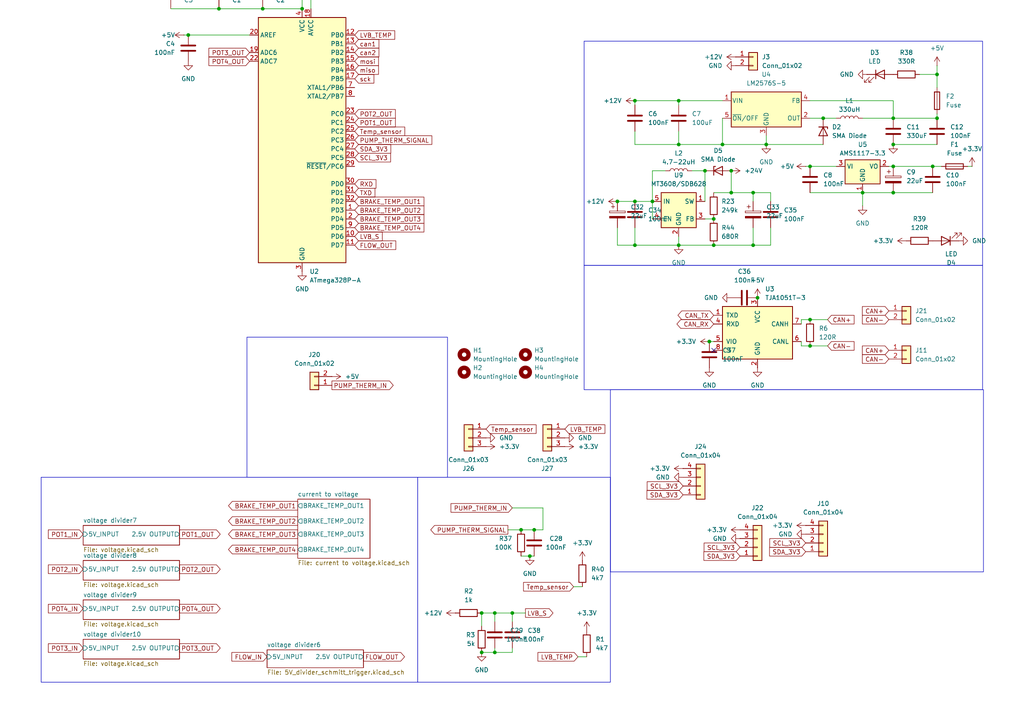
<source format=kicad_sch>
(kicad_sch (version 20250114) (generator "eeschema") (generator_version "9.0")
  (paper "A4")
  (rectangle (start 177.038 113.03) (end 285.242 165.862))
  (rectangle (start 71.628 97.79) (end 129.794 138.43))
  (rectangle (start 169.418 76.962) (end 284.988 113.03))
  (rectangle (start 121.158 138.43) (end 177.038 197.866))
  (rectangle (start 11.938 138.43) (end 121.158 197.866))
  (rectangle (start 169.418 11.938) (end 284.988 76.962))
  (junction (at 179.07 58.42))
  (junction (at 196.85 29.21))
  (junction (at 271.78 34.29))
  (junction (at 54.61 10.16))
  (junction (at 271.78 21.59))
  (junction (at 234.95 92.71))
  (junction (at 87.63 2.54))
  (junction (at 153.67 161.29))
  (junction (at 270.51 48.26))
  (junction (at 63.5 2.54))
  (junction (at 218.44 55.88))
  (junction (at 196.85 41.91))
  (junction (at 207.01 71.12))
  (junction (at 63.5 -5.08))
  (junction (at 189.23 58.42))
  (junction (at 238.76 34.29))
  (junction (at 143.51 189.23))
  (junction (at 259.08 41.91))
  (junction (at 234.95 48.26))
  (junction (at 259.08 55.88))
  (junction (at 139.7 189.23))
  (junction (at 259.08 34.29))
  (junction (at 76.2 2.54))
  (junction (at 218.44 71.12))
  (junction (at 151.13 153.67))
  (junction (at 222.25 41.91))
  (junction (at 259.08 48.26))
  (junction (at 90.17 -1.27))
  (junction (at 207.01 63.5))
  (junction (at 205.74 99.06))
  (junction (at 204.47 49.53))
  (junction (at 209.55 41.91))
  (junction (at 184.15 71.12))
  (junction (at 196.85 71.12))
  (junction (at 154.94 153.67))
  (junction (at 139.7 177.8))
  (junction (at 212.09 55.88))
  (junction (at 143.51 177.8))
  (junction (at 234.95 100.33))
  (junction (at 184.15 29.21))
  (junction (at 212.09 49.53))
  (junction (at 184.15 58.42))
  (junction (at 219.71 86.36))
  (junction (at 250.19 55.88))
  (junction (at 148.59 177.8))
  (no_connect (at 207.01 101.6))
  (wire (pts (xy 189.23 63.5) (xy 189.23 58.42)))
  (wire (pts (xy 63.5 -5.08) (xy 76.2 -5.08)))
  (wire (pts (xy 157.48 153.67) (xy 154.94 153.67)))
  (wire (pts (xy 49.53 -5.08) (xy 63.5 -5.08)))
  (wire (pts (xy 250.19 55.88) (xy 259.08 55.88)))
  (wire (pts (xy 280.67 48.26) (xy 281.94 48.26)))
  (wire (pts (xy 63.5 2.54) (xy 76.2 2.54)))
  (wire (pts (xy 157.48 147.32) (xy 157.48 153.67)))
  (wire (pts (xy 196.85 71.12) (xy 207.01 71.12)))
  (wire (pts (xy 143.51 177.8) (xy 148.59 177.8)))
  (wire (pts (xy 271.78 19.05) (xy 271.78 21.59)))
  (wire (pts (xy 54.61 10.16) (xy 72.39 10.16)))
  (wire (pts (xy 184.15 41.91) (xy 184.15 38.1)))
  (wire (pts (xy 154.94 161.29) (xy 153.67 161.29)))
  (wire (pts (xy 238.76 34.29) (xy 234.95 34.29)))
  (wire (pts (xy 250.19 34.29) (xy 259.08 34.29)))
  (wire (pts (xy 207.01 63.5) (xy 204.47 63.5)))
  (wire (pts (xy 270.51 48.26) (xy 273.05 48.26)))
  (wire (pts (xy 200.66 49.53) (xy 204.47 49.53)))
  (wire (pts (xy 234.95 100.33) (xy 240.03 100.33)))
  (wire (pts (xy 205.74 99.06) (xy 207.01 99.06)))
  (wire (pts (xy 139.7 177.8) (xy 143.51 177.8)))
  (wire (pts (xy 204.47 49.53) (xy 204.47 58.42)))
  (wire (pts (xy 148.59 177.8) (xy 152.4 177.8)))
  (wire (pts (xy 184.15 29.21) (xy 184.15 30.48)))
  (wire (pts (xy 179.07 58.42) (xy 184.15 58.42)))
  (wire (pts (xy 167.64 190.5) (xy 170.18 190.5)))
  (wire (pts (xy 233.68 48.26) (xy 234.95 48.26)))
  (wire (pts (xy 222.25 41.91) (xy 222.25 39.37)))
  (wire (pts (xy 212.09 55.88) (xy 207.01 55.88)))
  (wire (pts (xy 266.7 21.59) (xy 271.78 21.59)))
  (wire (pts (xy 143.51 189.23) (xy 139.7 189.23)))
  (wire (pts (xy 90.17 -1.27) (xy 87.63 -1.27)))
  (wire (pts (xy 179.07 66.04) (xy 179.07 71.12)))
  (wire (pts (xy 76.2 2.54) (xy 87.63 2.54)))
  (wire (pts (xy 234.95 48.26) (xy 242.57 48.26)))
  (wire (pts (xy 232.41 92.71) (xy 232.41 93.98)))
  (wire (pts (xy 184.15 29.21) (xy 196.85 29.21)))
  (wire (pts (xy 193.04 49.53) (xy 189.23 49.53)))
  (wire (pts (xy 139.7 177.8) (xy 139.7 181.61)))
  (wire (pts (xy 232.41 92.71) (xy 234.95 92.71)))
  (wire (pts (xy 196.85 71.12) (xy 196.85 68.58)))
  (wire (pts (xy 148.59 147.32) (xy 157.48 147.32)))
  (wire (pts (xy 196.85 29.21) (xy 196.85 30.48)))
  (wire (pts (xy 232.41 100.33) (xy 234.95 100.33)))
  (wire (pts (xy 179.07 71.12) (xy 184.15 71.12)))
  (wire (pts (xy 234.95 92.71) (xy 240.03 92.71)))
  (wire (pts (xy 238.76 34.29) (xy 242.57 34.29)))
  (wire (pts (xy 87.63 -1.27) (xy 87.63 2.54)))
  (wire (pts (xy 196.85 38.1) (xy 196.85 41.91)))
  (wire (pts (xy 148.59 180.34) (xy 148.59 177.8)))
  (wire (pts (xy 257.81 48.26) (xy 259.08 48.26)))
  (wire (pts (xy 223.52 66.04) (xy 223.52 71.12)))
  (wire (pts (xy 222.25 41.91) (xy 238.76 41.91)))
  (wire (pts (xy 223.52 55.88) (xy 218.44 55.88)))
  (wire (pts (xy 259.08 48.26) (xy 270.51 48.26)))
  (wire (pts (xy 234.95 29.21) (xy 259.08 29.21)))
  (wire (pts (xy 196.85 29.21) (xy 209.55 29.21)))
  (wire (pts (xy 212.09 55.88) (xy 212.09 49.53)))
  (wire (pts (xy 209.55 34.29) (xy 209.55 41.91)))
  (wire (pts (xy 259.08 29.21) (xy 259.08 34.29)))
  (wire (pts (xy 223.52 55.88) (xy 223.52 58.42)))
  (wire (pts (xy 259.08 55.88) (xy 270.51 55.88)))
  (wire (pts (xy 184.15 41.91) (xy 196.85 41.91)))
  (wire (pts (xy 184.15 66.04) (xy 184.15 71.12)))
  (wire (pts (xy 189.23 49.53) (xy 189.23 58.42)))
  (wire (pts (xy 143.51 187.96) (xy 143.51 189.23)))
  (wire (pts (xy 143.51 180.34) (xy 143.51 177.8)))
  (wire (pts (xy 250.19 55.88) (xy 250.19 59.69)))
  (wire (pts (xy 166.37 170.18) (xy 168.91 170.18)))
  (wire (pts (xy 154.94 153.67) (xy 151.13 153.67)))
  (wire (pts (xy 259.08 41.91) (xy 271.78 41.91)))
  (wire (pts (xy 212.09 55.88) (xy 218.44 55.88)))
  (wire (pts (xy 209.55 41.91) (xy 222.25 41.91)))
  (wire (pts (xy 271.78 21.59) (xy 271.78 25.4)))
  (wire (pts (xy 153.67 161.29) (xy 151.13 161.29)))
  (wire (pts (xy 218.44 66.04) (xy 218.44 71.12)))
  (wire (pts (xy 148.59 189.23) (xy 143.51 189.23)))
  (wire (pts (xy 196.85 41.91) (xy 209.55 41.91)))
  (wire (pts (xy 271.78 33.02) (xy 271.78 34.29)))
  (wire (pts (xy 49.53 2.54) (xy 63.5 2.54)))
  (wire (pts (xy 90.17 -1.27) (xy 90.17 2.54)))
  (wire (pts (xy 218.44 58.42) (xy 218.44 55.88)))
  (wire (pts (xy 259.08 34.29) (xy 271.78 34.29)))
  (wire (pts (xy 53.34 10.16) (xy 54.61 10.16)))
  (wire (pts (xy 232.41 100.33) (xy 232.41 99.06)))
  (wire (pts (xy 184.15 71.12) (xy 196.85 71.12)))
  (wire (pts (xy 223.52 71.12) (xy 218.44 71.12)))
  (wire (pts (xy 184.15 58.42) (xy 189.23 58.42)))
  (wire (pts (xy 151.13 153.67) (xy 147.32 153.67)))
  (wire (pts (xy 148.59 187.96) (xy 148.59 189.23)))
  (wire (pts (xy 218.44 71.12) (xy 207.01 71.12)))
  (wire (pts (xy 234.95 55.88) (xy 250.19 55.88)))
  (global_label "POT1_OUT" (shape input) (at 102.87 35.56 0) (property "Intersheetrefs" "${INTERSHEET_REFS}" (effects (hide yes))))
  (global_label "BRAKE_TEMP_OUT1" (shape input) (at 102.87 58.42 0) (property "Intersheetrefs" "${INTERSHEET_REFS}" (effects (hide yes))))
  (global_label "BRAKE_TEMP_OUT1" (shape output) (at 86.36 146.685 180) (property "Intersheetrefs" "${INTERSHEET_REFS}" (effects (hide yes))))
  (global_label "PUMP_THERM_IN" (shape input) (at 148.59 147.32 180) (property "Intersheetrefs" "${INTERSHEET_REFS}" (effects (hide yes))))
  (global_label "SCL_3V3" (shape input) (at 214.63 158.75 180) (property "Intersheetrefs" "${INTERSHEET_REFS}" (effects (hide yes))))
  (global_label "BRAKE_TEMP_OUT2" (shape output) (at 86.36 151.13 180) (property "Intersheetrefs" "${INTERSHEET_REFS}" (effects (hide yes))))
  (global_label "LVB_TEMP" (shape input) (at 167.64 190.5 180) (property "Intersheetrefs" "${INTERSHEET_REFS}" (effects (hide yes))))
  (global_label "FLOW_OUT" (shape input) (at 102.87 71.12 0) (property "Intersheetrefs" "${INTERSHEET_REFS}" (effects (hide yes))))
  (global_label "CAN_TX" (shape bidirectional) (at 207.01 91.44 180) (property "Intersheetrefs" "${INTERSHEET_REFS}" (effects (hide yes))))
  (global_label "RXD" (shape input) (at 102.87 53.34 0) (property "Intersheetrefs" "${INTERSHEET_REFS}" (effects (hide yes))))
  (global_label "can1" (shape input) (at 102.87 12.7 0) (property "Intersheetrefs" "${INTERSHEET_REFS}" (effects (hide yes))))
  (global_label "BRAKE_TEMP_OUT2" (shape input) (at 102.87 60.96 0) (property "Intersheetrefs" "${INTERSHEET_REFS}" (effects (hide yes))))
  (global_label "CAN+" (shape input) (at 257.81 90.17 180) (property "Intersheetrefs" "${INTERSHEET_REFS}" (effects (hide yes))))
  (global_label "FLOW_IN" (shape input) (at 77.47 190.5 180) (property "Intersheetrefs" "${INTERSHEET_REFS}" (effects (hide yes))))
  (global_label "POT3_IN" (shape input) (at 24.13 187.96 180) (property "Intersheetrefs" "${INTERSHEET_REFS}" (effects (hide yes))))
  (global_label "SDA_3V3" (shape input) (at 214.63 161.29 180) (property "Intersheetrefs" "${INTERSHEET_REFS}" (effects (hide yes))))
  (global_label "BRAKE_TEMP_OUT4" (shape input) (at 102.87 66.04 0) (property "Intersheetrefs" "${INTERSHEET_REFS}" (effects (hide yes))))
  (global_label "CAN-" (shape input) (at 257.81 92.71 180) (property "Intersheetrefs" "${INTERSHEET_REFS}" (effects (hide yes))))
  (global_label "mosi" (shape input) (at 102.87 17.78 0) (property "Intersheetrefs" "${INTERSHEET_REFS}" (effects (hide yes))))
  (global_label "CAN-" (shape input) (at 240.03 100.33 0) (property "Intersheetrefs" "${INTERSHEET_REFS}" (effects (hide yes))))
  (global_label "miso" (shape input) (at 102.87 20.32 0) (property "Intersheetrefs" "${INTERSHEET_REFS}" (effects (hide yes))))
  (global_label "POT2_IN" (shape input) (at 24.13 165.1 180) (property "Intersheetrefs" "${INTERSHEET_REFS}" (effects (hide yes))))
  (global_label "BRAKE_TEMP_OUT3" (shape output) (at 86.36 154.94 180) (property "Intersheetrefs" "${INTERSHEET_REFS}" (effects (hide yes))))
  (global_label "POT2_OUT" (shape output) (at 52.07 165.1 0) (property "Intersheetrefs" "${INTERSHEET_REFS}" (effects (hide yes))))
  (global_label "POT4_OUT" (shape output) (at 52.07 176.53 0) (property "Intersheetrefs" "${INTERSHEET_REFS}" (effects (hide yes))))
  (global_label "sck" (shape input) (at 102.87 22.86 0) (property "Intersheetrefs" "${INTERSHEET_REFS}" (effects (hide yes))))
  (global_label "PUMP_THERM_SIGNAL" (shape output) (at 147.32 153.67 180) (property "Intersheetrefs" "${INTERSHEET_REFS}" (effects (hide yes))))
  (global_label "POT4_IN" (shape input) (at 24.13 176.53 180) (property "Intersheetrefs" "${INTERSHEET_REFS}" (effects (hide yes))))
  (global_label "BRAKE_TEMP_OUT3" (shape input) (at 102.87 63.5 0) (property "Intersheetrefs" "${INTERSHEET_REFS}" (effects (hide yes))))
  (global_label "Temp_sensor" (shape input) (at 166.37 170.18 180) (property "Intersheetrefs" "${INTERSHEET_REFS}" (effects (hide yes))))
  (global_label "LVB_TEMP" (shape input) (at 102.87 10.16 0) (property "Intersheetrefs" "${INTERSHEET_REFS}" (effects (hide yes))))
  (global_label "FLOW_OUT" (shape output) (at 105.41 190.5 0) (property "Intersheetrefs" "${INTERSHEET_REFS}" (effects (hide yes))))
  (global_label "POT1_IN" (shape input) (at 24.13 154.94 180) (property "Intersheetrefs" "${INTERSHEET_REFS}" (effects (hide yes))))
  (global_label "SDA_3V3" (shape input) (at 198.12 143.51 180) (property "Intersheetrefs" "${INTERSHEET_REFS}" (effects (hide yes))))
  (global_label "POT3_OUT" (shape output) (at 52.07 187.96 0) (property "Intersheetrefs" "${INTERSHEET_REFS}" (effects (hide yes))))
  (global_label "CAN_RX" (shape bidirectional) (at 207.01 93.98 180) (property "Intersheetrefs" "${INTERSHEET_REFS}" (effects (hide yes))))
  (global_label "CAN+" (shape input) (at 257.81 101.6 180) (property "Intersheetrefs" "${INTERSHEET_REFS}" (effects (hide yes))))
  (global_label "CAN-" (shape input) (at 257.81 104.14 180) (property "Intersheetrefs" "${INTERSHEET_REFS}" (effects (hide yes))))
  (global_label "BRAKE_TEMP_OUT4" (shape output) (at 86.36 159.385 180) (property "Intersheetrefs" "${INTERSHEET_REFS}" (effects (hide yes))))
  (global_label "LVB_TEMP" (shape input) (at 163.83 124.46 0) (property "Intersheetrefs" "${INTERSHEET_REFS}" (effects (hide yes))))
  (global_label "POT4_OUT" (shape input) (at 72.39 17.78 180) (property "Intersheetrefs" "${INTERSHEET_REFS}" (effects (hide yes))))
  (global_label "TXD" (shape input) (at 102.87 55.88 0) (property "Intersheetrefs" "${INTERSHEET_REFS}" (effects (hide yes))))
  (global_label "can2" (shape input) (at 102.87 15.24 0) (property "Intersheetrefs" "${INTERSHEET_REFS}" (effects (hide yes))))
  (global_label "SDA_3V3" (shape input) (at 233.68 160.02 180) (property "Intersheetrefs" "${INTERSHEET_REFS}" (effects (hide yes))))
  (global_label "PUMP_THERM_SIGNAL" (shape input) (at 102.87 40.64 0) (property "Intersheetrefs" "${INTERSHEET_REFS}" (effects (hide yes))))
  (global_label "POT3_OUT" (shape input) (at 72.39 15.24 180) (property "Intersheetrefs" "${INTERSHEET_REFS}" (effects (hide yes))))
  (global_label "PUMP_THERM_IN" (shape output) (at 96.266 111.76 0) (property "Intersheetrefs" "${INTERSHEET_REFS}" (effects (hide yes))))
  (global_label "CAN+" (shape input) (at 240.03 92.71 0) (property "Intersheetrefs" "${INTERSHEET_REFS}" (effects (hide yes))))
  (global_label "LVB_S" (shape output) (at 152.4 177.8 0) (property "Intersheetrefs" "${INTERSHEET_REFS}" (effects (hide yes))))
  (global_label "SCL_3V3" (shape input) (at 102.87 45.72 0) (property "Intersheetrefs" "${INTERSHEET_REFS}" (effects (hide yes))))
  (global_label "LVB_S" (shape input) (at 102.87 68.58 0) (property "Intersheetrefs" "${INTERSHEET_REFS}" (effects (hide yes))))
  (global_label "Temp_sensor" (shape input) (at 140.97 124.46 0) (property "Intersheetrefs" "${INTERSHEET_REFS}" (effects (hide yes))))
  (global_label "Temp_sensor" (shape input) (at 102.87 38.1 0) (property "Intersheetrefs" "${INTERSHEET_REFS}" (effects (hide yes))))
  (global_label "SDA_3V3" (shape input) (at 102.87 43.18 0) (property "Intersheetrefs" "${INTERSHEET_REFS}" (effects (hide yes))))
  (global_label "POT1_OUT" (shape output) (at 52.07 154.94 0) (property "Intersheetrefs" "${INTERSHEET_REFS}" (effects (hide yes))))
  (global_label "SCL_3V3" (shape input) (at 198.12 140.97 180) (property "Intersheetrefs" "${INTERSHEET_REFS}" (effects (hide yes))))
  (global_label "POT2_OUT" (shape input) (at 102.87 33.02 0) (property "Intersheetrefs" "${INTERSHEET_REFS}" (effects (hide yes))))
  (global_label "SCL_3V3" (shape input) (at 233.68 157.48 180) (property "Intersheetrefs" "${INTERSHEET_REFS}" (effects (hide yes))))
  (symbol (lib_id "power:+3.3V") (at 233.68 152.4 90) (unit 1)
    (property "Reference" "#PWR096" (effects (hide yes)))
    (property "Value" "+3.3V" (at 229.87 152.3999 90) (effects (justify left)))
    (property "Description" "Power symbol creates a global label with name \"+3.3V\"" (effects (hide yes)))
  )
  (symbol (lib_id "Device:R") (at 139.7 185.42 0) (mirror x) (unit 1)
    (property "Reference" "R3" (at 137.8313 184.1499 0) (effects (justify right)))
    (property "Value" "5k" (at 137.8313 186.6899 0) (effects (justify right)))
    (property "Footprint" "RMC_Resistor:R_0805_2012Metric_Pad1.20x1.40mm_HandSolder_L" (effects (hide yes)))
    (property "Description" "Resistor" (effects (hide yes)))
  )
  (symbol (lib_id "power:+12V") (at 213.36 16.51 90) (unit 1)
    (property "Reference" "#PWR06" (effects (hide yes)))
    (property "Value" "+12V" (at 209.55 16.5099 90) (effects (justify left)))
    (property "Description" "Power symbol creates a global label with name \"+12V\"" (effects (hide yes)))
  )
  (symbol (lib_id "Device:C") (at 223.52 62.23 180) (unit 1)
    (property "Reference" "C35" (at 227.33 60.9599 0) (effects (justify right)))
    (property "Value" "100nF" (at 227.33 63.4999 0) (effects (justify right)))
    (property "Footprint" "RMC_Capacitor:C_0805_2012Metric_Pad1.18x1.45mm_HandSolder_L" (effects (hide yes)))
    (property "Description" "Unpolarized capacitor" (effects (hide yes)))
  )
  (symbol (lib_id "power:+5V") (at 96.266 109.22 270) (mirror x) (unit 1)
    (property "Reference" "#PWR079" (effects (hide yes)))
    (property "Value" "+5V" (at 100.076 109.2199 90) (effects (justify left)))
    (property "Description" "Power symbol creates a global label with name \"+5V\"" (effects (hide yes)))
  )
  (symbol (lib_id "Device:LED") (at 255.27 21.59 0) (unit 1)
    (property "Reference" "D3" (at 253.6825 15.24 0))
    (property "Value" "LED" (at 253.6825 17.78 0))
    (property "Footprint" "RMC_LED:LED_0805_2012Metric_Pad1.45x1.40mm_HandSolder" (effects (hide yes)))
    (property "Description" "Light emitting diode" (effects (hide yes)))
  )
  (symbol (lib_id "Connector_Generic:Conn_01x02") (at 218.44 16.51 0) (unit 1)
    (property "Reference" "J3" (at 220.98 16.5099 0) (effects (justify left)))
    (property "Value" "Conn_01x02" (at 220.98 19.0499 0) (effects (justify left)))
    (property "Footprint" "Connector_JST:JST_VH_B2P-VH_1x02_P3.96mm_Vertical" (effects (hide yes)))
    (property "Description" "Generic connector, single row, 01x02, script generated (kicad-library-utils/schlib/autogen/connector/)" (effects (hide yes)))
  )
  (symbol (lib_id "Connector_Generic:Conn_01x02") (at 91.186 111.76 180) (unit 1)
    (property "Reference" "J20" (at 91.186 102.87 0))
    (property "Value" "Conn_01x02" (at 91.186 105.41 0))
    (property "Footprint" "Connector_JST:JST_XH_B2B-XH-A_1x02_P2.50mm_Vertical" (effects (hide yes)))
    (property "Description" "Generic connector, single row, 01x02, script generated (kicad-library-utils/schlib/autogen/connector/)" (effects (hide yes)))
  )
  (symbol (lib_id "Interface_CAN_LIN:TJA1051T-3") (at 219.71 96.52 0) (unit 1)
    (property "Reference" "U3" (at 221.9041 83.82 0) (effects (justify left)))
    (property "Value" "TJA1051T-3" (at 221.9041 86.36 0) (effects (justify left)))
    (property "Footprint" "RMC_SO:SOIC-8_3.9x4.9mm_P1.27mm_RMC_Handsolder" (effects (hide yes)))
    (property "Datasheet" "http://www.nxp.com/docs/en/data-sheet/TJA1051.pdf" (effects (hide yes)))
    (property "Description" "High-Speed CAN Transceiver, separate VIO, silent mode, SOIC-8" (effects (hide yes)))
  )
  (symbol (lib_id "Device:R") (at 135.89 177.8 90) (unit 1)
    (property "Reference" "R2" (at 135.89 171.45 90))
    (property "Value" "1k" (at 135.89 173.99 90))
    (property "Footprint" "RMC_Resistor:R_0805_2012Metric_Pad1.20x1.40mm_HandSolder_L" (effects (hide yes)))
    (property "Description" "Resistor" (effects (hide yes)))
  )
  (symbol (lib_id "power:+5V") (at 53.34 10.16 90) (unit 1)
    (property "Reference" "#PWR077" (effects (hide yes)))
    (property "Value" "+5V" (at 50.8 10.1599 90) (effects (justify left)))
    (property "Description" "Power symbol creates a global label with name \"+5V\"" (effects (hide yes)))
  )
  (symbol (lib_id "Device:C") (at 49.53 -1.27 0) (mirror y) (unit 1)
    (property "Reference" "C3" (at 53.34 0.0001 0) (effects (justify right)))
    (property "Value" "100nF" (at 53.34 -2.5399 0) (effects (justify right)))
    (property "Footprint" "RMC_Capacitor:C_0805_2012Metric_Pad1.18x1.45mm_HandSolder_L" (effects (hide yes)))
    (property "Description" "Unpolarized capacitor" (effects (hide yes)))
  )
  (symbol (lib_id "Connector_Generic:Conn_01x02") (at 262.89 101.6 0) (unit 1)
    (property "Reference" "J11" (at 265.43 101.5999 0) (effects (justify left)))
    (property "Value" "Conn_01x02" (at 265.43 104.1399 0) (effects (justify left)))
    (property "Footprint" "Connector_JST:JST_XH_B2B-XH-A_1x02_P2.50mm_Vertical" (effects (hide yes)))
    (property "Description" "Generic connector, single row, 01x02, script generated (kicad-library-utils/schlib/autogen/connector/)" (effects (hide yes)))
  )
  (symbol (lib_id "power:GND") (at 163.83 127 90) (mirror x) (unit 1)
    (property "Reference" "#PWR090" (effects (hide yes)))
    (property "Value" "GND" (at 167.64 127.0001 90) (effects (justify right)))
    (property "Description" "Power symbol creates a global label with name \"GND\" , ground" (effects (hide yes)))
  )
  (symbol (lib_id "Connector_Generic:Conn_01x04") (at 238.76 157.48 0) (mirror x) (unit 1)
    (property "Reference" "J10" (at 238.76 146.05 0))
    (property "Value" "Conn_01x04" (at 238.76 148.59 0))
    (property "Footprint" "Connector_JST:JST_XH_B4B-XH-A_1x04_P2.50mm_Vertical" (effects (hide yes)))
    (property "Description" "Generic connector, single row, 01x04, script generated (kicad-library-utils/schlib/autogen/connector/)" (effects (hide yes)))
  )
  (symbol (lib_id "Device:D_Zener") (at 208.28 49.53 0) (unit 1)
    (property "Reference" "D5" (at 208.28 43.6814 0))
    (property "Value" "SMA Diode" (at 208.28 46.2214 0))
    (property "Footprint" "Diode_SMD:D_SMA_Handsoldering" (effects (hide yes)))
    (property "Description" "Zener diode" (effects (hide yes)))
  )
  (symbol (lib_id "Device:R") (at 207.01 67.31 0) (unit 1)
    (property "Reference" "R44" (at 209.2197 66.0399 0) (effects (justify left)))
    (property "Value" "680R" (at 209.2197 68.5799 0) (effects (justify left)))
    (property "Footprint" "RMC_Resistor:R_0805_2012Metric_Pad1.20x1.40mm_HandSolder_L" (effects (hide yes)))
    (property "Description" "Resistor" (effects (hide yes)))
  )
  (symbol (lib_id "Device:R") (at 234.95 96.52 0) (unit 1)
    (property "Reference" "R6" (at 237.49 95.2499 0) (effects (justify left)))
    (property "Value" "120R" (at 237.49 97.7899 0) (effects (justify left)))
    (property "Footprint" "RMC_Resistor:R_0805_2012Metric_Pad1.20x1.40mm_HandSolder_L" (effects (hide yes)))
    (property "Description" "Resistor" (effects (hide yes)))
  )
  (symbol (lib_id "Device:Fuse") (at 276.86 48.26 270) (unit 1)
    (property "Reference" "F1" (at 276.86 41.91 90))
    (property "Value" "Fuse" (at 276.86 44.45 90))
    (property "Footprint" "Fuse:Fuse_1210_3225Metric_Pad1.42x2.65mm_HandSolder" (effects (hide yes)))
    (property "Description" "Fuse" (effects (hide yes)))
  )
  (symbol (lib_id "Device:C") (at 143.51 184.15 0) (mirror y) (unit 1)
    (property "Reference" "C29" (at 149.86 182.88 0))
    (property "Value" "100nF" (at 149.86 185.42 0))
    (property "Footprint" "RMC_Capacitor:C_0805_2012Metric_Pad1.18x1.45mm_HandSolder_L" (effects (hide yes)))
    (property "Description" "Unpolarized capacitor" (effects (hide yes)))
  )
  (symbol (lib_id "power:GND") (at 196.85 71.12 0) (unit 1)
    (property "Reference" "#PWR04" (effects (hide yes)))
    (property "Value" "GND" (at 196.85 76.2 0))
    (property "Description" "Power symbol creates a global label with name \"GND\" , ground" (effects (hide yes)))
  )
  (symbol (lib_id "power:+3.3V") (at 168.91 162.56 0) (unit 1)
    (property "Reference" "#PWR081" (effects (hide yes)))
    (property "Value" "+3.3V" (at 168.91 157.48 0))
    (property "Description" "Power symbol creates a global label with name \"+3.3V\"" (effects (hide yes)))
  )
  (symbol (lib_id "Device:C_Polarized") (at 259.08 52.07 0) (unit 1)
    (property "Reference" "C9" (at 262.89 49.9109 0) (effects (justify left)))
    (property "Value" "22uF" (at 262.89 52.4509 0) (effects (justify left)))
    (property "Footprint" "RMC_Capacitor:C_0805_2012Metric_Pad1.18x1.45mm_HandSolder_L" (effects (hide yes)))
    (property "Description" "Polarized capacitor" (effects (hide yes)))
  )
  (symbol (lib_id "Regulator_Switching:MT3608") (at 196.85 60.96 0) (unit 1)
    (property "Reference" "U9" (at 196.85 50.8 0))
    (property "Value" "MT3608/SDB628" (at 196.85 53.34 0))
    (property "Footprint" "Package_TO_SOT_SMD:SOT-23-6_Handsoldering" (effects (hide yes)))
    (property "Datasheet" "https://www.olimex.com/Products/Breadboarding/BB-PWR-3608/resources/MT3608.pdf" (effects (hide yes)))
    (property "Description" "High Efficiency 1.2MHz 2A Step Up Converter, 2-24V Vin, 28V Vout, 4A current limit, 1.2MHz, SOT23-6" (effects (hide yes)))
  )
  (symbol (lib_id "power:GND") (at 251.46 21.59 270) (unit 1)
    (property "Reference" "#PWR083" (effects (hide yes)))
    (property "Value" "GND" (at 247.65 21.5899 90) (effects (justify right)))
    (property "Description" "Power symbol creates a global label with name \"GND\" , ground" (effects (hide yes)))
  )
  (symbol (lib_id "Device:C_Polarized") (at 218.44 62.23 0) (unit 1)
    (property "Reference" "C33" (at 222.25 60.0709 0) (effects (justify left)))
    (property "Value" "22uF" (at 222.25 62.6109 0) (effects (justify left)))
    (property "Footprint" "RMC_Capacitor:CP_EIA-3528-15_AVX-H_Pad1.50x2.35mm_HandSolder_RMC" (effects (hide yes)))
    (property "Description" "Polarized capacitor" (effects (hide yes)))
  )
  (symbol (lib_id "Device:C") (at 205.74 102.87 180) (unit 1)
    (property "Reference" "C37" (at 209.55 101.5999 0) (effects (justify right)))
    (property "Value" "100nF" (at 209.55 104.1399 0) (effects (justify right)))
    (property "Footprint" "RMC_Capacitor:C_0805_2012Metric_Pad1.18x1.45mm_HandSolder_L" (effects (hide yes)))
    (property "Description" "Unpolarized capacitor" (effects (hide yes)))
  )
  (symbol (lib_id "power:GND") (at 212.09 86.36 270) (unit 1)
    (property "Reference" "#PWR092" (effects (hide yes)))
    (property "Value" "GND" (at 208.28 86.3599 90) (effects (justify right)))
    (property "Description" "Power symbol creates a global label with name \"GND\" , ground" (effects (hide yes)))
  )
  (symbol (lib_id "power:+5V") (at 90.17 -1.27 0) (unit 1)
    (property "Reference" "#PWR076" (effects (hide yes)))
    (property "Value" "+5V" (at 90.17 -6.35 0))
    (property "Description" "Power symbol creates a global label with name \"+5V\"" (effects (hide yes)))
  )
  (symbol (lib_id "Device:C_Polarized") (at 179.07 62.23 0) (unit 1)
    (property "Reference" "C32" (at 182.88 60.0709 0) (effects (justify left)))
    (property "Value" "22uF" (at 182.88 62.6109 0) (effects (justify left)))
    (property "Footprint" "RMC_Capacitor:CP_EIA-3528-15_AVX-H_Pad1.50x2.35mm_HandSolder_RMC" (effects (hide yes)))
    (property "Description" "Polarized capacitor" (effects (hide yes)))
  )
  (symbol (lib_id "Device:C") (at 184.15 34.29 180) (unit 1)
    (property "Reference" "C6" (at 187.96 33.0199 0) (effects (justify right)))
    (property "Value" "100nF" (at 187.96 35.5599 0) (effects (justify right)))
    (property "Footprint" "RMC_Capacitor:C_0805_2012Metric_Pad1.18x1.45mm_HandSolder_L" (effects (hide yes)))
    (property "Description" "Unpolarized capacitor" (effects (hide yes)))
  )
  (symbol (lib_id "Device:R") (at 266.7 69.85 90) (unit 1)
    (property "Reference" "R39" (at 266.7 63.5 90))
    (property "Value" "120R" (at 266.7 66.04 90))
    (property "Footprint" "RMC_Resistor:R_0805_2012Metric_Pad1.20x1.40mm_HandSolder_L" (effects (hide yes)))
    (property "Description" "Resistor" (effects (hide yes)))
  )
  (symbol (lib_id "Mechanical:MountingHole") (at 134.62 102.87 0) (unit 1) (exclude_from_sim yes) (in_bom no)
    (property "Reference" "H1" (at 137.16 101.5999 0) (effects (justify left)))
    (property "Value" "MountingHole" (at 137.16 104.1399 0) (effects (justify left)))
    (property "Footprint" "MountingHole:MountingHole_3.2mm_M3" (effects (hide yes)))
    (property "Description" "Mounting Hole without connection" (effects (hide yes)))
  )
  (symbol (lib_id "Device:C") (at 54.61 13.97 0) (mirror x) (unit 1)
    (property "Reference" "C4" (at 50.8 12.6999 0) (effects (justify right)))
    (property "Value" "100nF" (at 50.8 15.2399 0) (effects (justify right)))
    (property "Footprint" "RMC_Capacitor:C_0805_2012Metric_Pad1.18x1.45mm_HandSolder_L" (effects (hide yes)))
    (property "Description" "Unpolarized capacitor" (effects (hide yes)))
  )
  (symbol (lib_id "Device:R") (at 207.01 59.69 0) (unit 1)
    (property "Reference" "R23" (at 209.2197 58.4199 0) (effects (justify left)))
    (property "Value" "249k" (at 209.2197 60.9599 0) (effects (justify left)))
    (property "Footprint" "RMC_Resistor:R_0805_2012Metric_Pad1.20x1.40mm_HandSolder_L" (effects (hide yes)))
    (property "Description" "Resistor" (effects (hide yes)))
  )
  (symbol (lib_id "Device:C") (at 215.9 86.36 270) (unit 1)
    (property "Reference" "C36" (at 215.9 78.74 90))
    (property "Value" "100nF" (at 215.9 81.28 90))
    (property "Footprint" "RMC_Capacitor:C_0805_2012Metric_Pad1.18x1.45mm_HandSolder_L" (effects (hide yes)))
    (property "Description" "Unpolarized capacitor" (effects (hide yes)))
  )
  (symbol (lib_id "power:GND") (at 278.13 69.85 90) (unit 1)
    (property "Reference" "#PWR084" (effects (hide yes)))
    (property "Value" "GND" (at 281.94 69.8501 90) (effects (justify right)))
    (property "Description" "Power symbol creates a global label with name \"GND\" , ground" (effects (hide yes)))
  )
  (symbol (lib_id "Device:R") (at 170.18 186.69 0) (unit 1)
    (property "Reference" "R1" (at 172.72 185.4199 0) (effects (justify left)))
    (property "Value" "4k7" (at 172.72 187.9599 0) (effects (justify left)))
    (property "Footprint" "RMC_Resistor:R_0805_2012Metric_Pad1.20x1.40mm_HandSolder_L" (effects (hide yes)))
    (property "Description" "Resistor" (effects (hide yes)))
  )
  (symbol (lib_id "Mechanical:MountingHole") (at 152.4 107.95 0) (unit 1) (exclude_from_sim yes) (in_bom no)
    (property "Reference" "H4" (at 154.94 106.6799 0) (effects (justify left)))
    (property "Value" "MountingHole" (at 154.94 109.2199 0) (effects (justify left)))
    (property "Footprint" "MountingHole:MountingHole_3.2mm_M3" (effects (hide yes)))
    (property "Description" "Mounting Hole without connection" (effects (hide yes)))
  )
  (symbol (lib_id "Device:C") (at 184.15 62.23 180) (unit 1)
    (property "Reference" "C34" (at 187.96 60.9599 0) (effects (justify right)))
    (property "Value" "100nF" (at 187.96 63.4999 0) (effects (justify right)))
    (property "Footprint" "RMC_Capacitor:C_0805_2012Metric_Pad1.18x1.45mm_HandSolder_L" (effects (hide yes)))
    (property "Description" "Unpolarized capacitor" (effects (hide yes)))
  )
  (symbol (lib_id "Connector_Generic:Conn_01x04") (at 203.2 140.97 0) (mirror x) (unit 1)
    (property "Reference" "J24" (at 203.2 129.54 0))
    (property "Value" "Conn_01x04" (at 203.2 132.08 0))
    (property "Footprint" "Connector_JST:JST_XH_B4B-XH-A_1x04_P2.50mm_Vertical" (effects (hide yes)))
    (property "Description" "Generic connector, single row, 01x04, script generated (kicad-library-utils/schlib/autogen/connector/)" (effects (hide yes)))
  )
  (symbol (lib_id "Connector_Generic:Conn_01x03") (at 158.75 127 0) (mirror y) (unit 1)
    (property "Reference" "J27" (at 158.75 135.89 0))
    (property "Value" "Conn_01x03" (at 158.75 133.35 0))
    (property "Footprint" "Connector_JST:JST_XH_B3B-XH-A_1x03_P2.50mm_Vertical" (effects (hide yes)))
    (property "Description" "Generic connector, single row, 01x03, script generated (kicad-library-utils/schlib/autogen/connector/)" (effects (hide yes)))
  )
  (symbol (lib_id "Device:C") (at 271.78 38.1 180) (unit 1)
    (property "Reference" "C12" (at 275.59 36.8299 0) (effects (justify right)))
    (property "Value" "100nF" (at 275.59 39.3699 0) (effects (justify right)))
    (property "Footprint" "RMC_Capacitor:C_0805_2012Metric_Pad1.18x1.45mm_HandSolder_L" (effects (hide yes)))
    (property "Description" "Unpolarized capacitor" (effects (hide yes)))
  )
  (symbol (lib_id "power:GND") (at 198.12 138.43 270) (mirror x) (unit 1)
    (property "Reference" "#PWR073" (effects (hide yes)))
    (property "Value" "GND" (at 194.31 138.4299 90) (effects (justify right)))
    (property "Description" "Power symbol creates a global label with name \"GND\" , ground" (effects (hide yes)))
  )
  (symbol (lib_id "power:+5V") (at 233.68 48.26 90) (unit 1)
    (property "Reference" "#PWR036" (effects (hide yes)))
    (property "Value" "+5V" (at 230.3264 48.2599 90) (effects (justify left)))
    (property "Description" "Power symbol creates a global label with name \"+5V\"" (effects (hide yes)))
  )
  (symbol (lib_id "Device:R") (at 168.91 166.37 0) (unit 1)
    (property "Reference" "R40" (at 171.45 165.0999 0) (effects (justify left)))
    (property "Value" "4k7" (at 171.45 167.6399 0) (effects (justify left)))
    (property "Footprint" "RMC_Resistor:R_0805_2012Metric_Pad1.20x1.40mm_HandSolder_L" (effects (hide yes)))
    (property "Description" "Resistor" (effects (hide yes)))
  )
  (symbol (lib_id "power:GND") (at 219.71 106.68 0) (unit 1)
    (property "Reference" "#PWR031" (effects (hide yes)))
    (property "Value" "GND" (at 219.71 111.76 0))
    (property "Description" "Power symbol creates a global label with name \"GND\" , ground" (effects (hide yes)))
  )
  (symbol (lib_id "Regulator_Switching:LM2576S-5") (at 222.25 31.75 0) (unit 1)
    (property "Reference" "U4" (at 222.25 21.59 0))
    (property "Value" "LM2576S-5" (at 222.25 24.13 0))
    (property "Footprint" "RMC_TO:TO-263-5_TabPin3_Handsolder" (effects (hide yes)))
    (property "Datasheet" "http://www.ti.com/lit/ds/symlink/lm2576.pdf" (effects (hide yes)))
    (property "Description" "5V, 3A SIMPLE SWITCHER® Step-Down Voltage Regulator, TO-263" (effects (hide yes)))
  )
  (symbol (lib_id "power:GND") (at 233.68 154.94 270) (mirror x) (unit 1)
    (property "Reference" "#PWR027" (effects (hide yes)))
    (property "Value" "GND" (at 229.87 154.9399 90) (effects (justify right)))
    (property "Description" "Power symbol creates a global label with name \"GND\" , ground" (effects (hide yes)))
  )
  (symbol (lib_id "Device:R") (at 262.89 21.59 270) (unit 1)
    (property "Reference" "R38" (at 262.89 15.24 90))
    (property "Value" "330R" (at 262.89 17.78 90))
    (property "Footprint" "RMC_Resistor:R_0805_2012Metric_Pad1.20x1.40mm_HandSolder_L" (effects (hide yes)))
    (property "Description" "Resistor" (effects (hide yes)))
  )
  (symbol (lib_id "MCU_Microchip_ATmega:ATmega328P-A") (at 87.63 40.64 0) (unit 1)
    (property "Reference" "U2" (at 89.7733 78.74 0) (effects (justify left)))
    (property "Value" "ATmega328P-A" (at 89.7733 81.28 0) (effects (justify left)))
    (property "Footprint" "Package_QFP:TQFP-32_7x7mm_P0.8mm" (effects (hide yes)))
    (property "Datasheet" "http://ww1.microchip.com/downloads/en/DeviceDoc/ATmega328_P%20AVR%20MCU%20with%20picoPower%20Technology%20Data%20Sheet%2040001984A.pdf" (effects (hide yes)))
    (property "Description" "20MHz, 32kB Flash, 2kB SRAM, 1kB EEPROM, TQFP-32" (effects (hide yes)))
  )
  (symbol (lib_id "Mechanical:MountingHole") (at 152.4 102.87 0) (unit 1) (exclude_from_sim yes) (in_bom no)
    (property "Reference" "H3" (at 154.94 101.5999 0) (effects (justify left)))
    (property "Value" "MountingHole" (at 154.94 104.1399 0) (effects (justify left)))
    (property "Footprint" "MountingHole:MountingHole_3.2mm_M3" (effects (hide yes)))
    (property "Description" "Mounting Hole without connection" (effects (hide yes)))
  )
  (symbol (lib_id "power:+5V") (at 219.71 86.36 0) (unit 1)
    (property "Reference" "#PWR030" (effects (hide yes)))
    (property "Value" "+5V" (at 219.71 81.28 0))
    (property "Description" "Power symbol creates a global label with name \"+5V\"" (effects (hide yes)))
  )
  (symbol (lib_id "power:+12V") (at 132.08 177.8 90) (unit 1)
    (property "Reference" "#PWR017" (effects (hide yes)))
    (property "Value" "+12V" (at 128.27 177.7999 90) (effects (justify left)))
    (property "Description" "Power symbol creates a global label with name \"+12V\"" (effects (hide yes)))
  )
  (symbol (lib_id "power:GND") (at 54.61 17.78 0) (unit 1)
    (property "Reference" "#PWR011" (effects (hide yes)))
    (property "Value" "GND" (at 54.61 22.86 0))
    (property "Description" "Power symbol creates a global label with name \"GND\" , ground" (effects (hide yes)))
  )
  (symbol (lib_id "power:+3.3V") (at 170.18 182.88 0) (unit 1)
    (property "Reference" "#PWR016" (effects (hide yes)))
    (property "Value" "+3.3V" (at 170.18 177.8 0))
    (property "Description" "Power symbol creates a global label with name \"+3.3V\"" (effects (hide yes)))
  )
  (symbol (lib_id "Device:C") (at 259.08 38.1 0) (unit 1)
    (property "Reference" "C11" (at 262.89 36.8299 0) (effects (justify left)))
    (property "Value" "330uF" (at 262.89 39.3699 0) (effects (justify left)))
    (property "Footprint" "Capacitor_THT:CP_Radial_D6.3mm_P2.50mm" (effects (hide yes)))
    (property "Description" "Unpolarized capacitor" (effects (hide yes)))
  )
  (symbol (lib_id "power:+3.3V") (at 281.94 48.26 0) (unit 1)
    (property "Reference" "#PWR075" (effects (hide yes)))
    (property "Value" "+3.3V" (at 281.94 43.18 0))
    (property "Description" "Power symbol creates a global label with name \"+3.3V\"" (effects (hide yes)))
  )
  (symbol (lib_id "Device:D_Zener") (at 238.76 38.1 270) (unit 1)
    (property "Reference" "D2" (at 241.3 36.8299 90) (effects (justify left)))
    (property "Value" "SMA Diode" (at 241.3 39.3699 90) (effects (justify left)))
    (property "Footprint" "Diode_SMD:D_SMA_Handsoldering" (effects (hide yes)))
    (property "Description" "Zener diode" (effects (hide yes)))
  )
  (symbol (lib_id "power:GND") (at 63.5 -5.08 180) (unit 1)
    (property "Reference" "#PWR09" (effects (hide yes)))
    (property "Value" "GND" (at 63.5 -10.16 0))
    (property "Description" "Power symbol creates a global label with name \"GND\" , ground" (effects (hide yes)))
  )
  (symbol (lib_id "Device:L") (at 196.85 49.53 90) (unit 1)
    (property "Reference" "L2" (at 196.85 44.45 90))
    (property "Value" "4.7-22uH" (at 196.85 46.99 90))
    (property "Footprint" "Inductor_SMD:L_Wuerth_HCI-5040" (effects (hide yes)))
    (property "Description" "Inductor" (effects (hide yes)))
  )
  (symbol (lib_id "power:GND") (at 213.36 19.05 270) (unit 1)
    (property "Reference" "#PWR07" (effects (hide yes)))
    (property "Value" "GND" (at 209.55 19.0499 90) (effects (justify right)))
    (property "Description" "Power symbol creates a global label with name \"GND\" , ground" (effects (hide yes)))
  )
  (symbol (lib_id "Device:C") (at 196.85 34.29 0) (unit 1)
    (property "Reference" "C7" (at 200.66 33.0199 0) (effects (justify left)))
    (property "Value" "100uF" (at 200.66 35.5599 0) (effects (justify left)))
    (property "Footprint" "Capacitor_THT:CP_Radial_D6.3mm_P2.50mm" (effects (hide yes)))
    (property "Description" "Unpolarized capacitor" (effects (hide yes)))
  )
  (symbol (lib_id "Mechanical:MountingHole") (at 134.62 107.95 0) (unit 1) (exclude_from_sim yes) (in_bom no)
    (property "Reference" "H2" (at 137.16 106.6799 0) (effects (justify left)))
    (property "Value" "MountingHole" (at 137.16 109.2199 0) (effects (justify left)))
    (property "Footprint" "MountingHole:MountingHole_3.2mm_M3" (effects (hide yes)))
    (property "Description" "Mounting Hole without connection" (effects (hide yes)))
  )
  (symbol (lib_id "Device:C") (at 154.94 157.48 0) (mirror y) (unit 1)
    (property "Reference" "C28" (at 161.29 156.21 0))
    (property "Value" "100nF" (at 161.29 158.75 0))
    (property "Footprint" "RMC_Capacitor:C_0805_2012Metric_Pad1.18x1.45mm_HandSolder_L" (effects (hide yes)))
    (property "Description" "Unpolarized capacitor" (effects (hide yes)))
  )
  (symbol (lib_id "power:+3.3V") (at 214.63 153.67 90) (unit 1)
    (property "Reference" "#PWR097" (effects (hide yes)))
    (property "Value" "+3.3V" (at 210.82 153.6699 90) (effects (justify left)))
    (property "Description" "Power symbol creates a global label with name \"+3.3V\"" (effects (hide yes)))
  )
  (symbol (lib_id "Device:C") (at 76.2 -1.27 0) (mirror y) (unit 1)
    (property "Reference" "C2" (at 80.01 0.0001 0) (effects (justify right)))
    (property "Value" "10uF" (at 80.01 -2.5399 0) (effects (justify right)))
    (property "Footprint" "RMC_Capacitor:C_0805_2012Metric_Pad1.18x1.45mm_HandSolder_L" (effects (hide yes)))
    (property "Description" "Unpolarized capacitor" (effects (hide yes)))
  )
  (symbol (lib_id "power:+12V") (at 184.15 29.21 90) (unit 1)
    (property "Reference" "#PWR025" (effects (hide yes)))
    (property "Value" "+12V" (at 180.34 29.2099 90) (effects (justify left)))
    (property "Description" "Power symbol creates a global label with name \"+12V\"" (effects (hide yes)))
  )
  (symbol (lib_id "Connector_Generic:Conn_01x02") (at 262.89 90.17 0) (unit 1)
    (property "Reference" "J21" (at 265.43 90.1699 0) (effects (justify left)))
    (property "Value" "Conn_01x02" (at 265.43 92.7099 0) (effects (justify left)))
    (property "Footprint" "Connector_JST:JST_XH_B2B-XH-A_1x02_P2.50mm_Vertical" (effects (hide yes)))
    (property "Description" "Generic connector, single row, 01x02, script generated (kicad-library-utils/schlib/autogen/connector/)" (effects (hide yes)))
  )
  (symbol (lib_id "Connector_Generic:Conn_01x03") (at 135.89 127 0) (mirror y) (unit 1)
    (property "Reference" "J26" (at 135.89 135.89 0))
    (property "Value" "Conn_01x03" (at 135.89 133.35 0))
    (property "Footprint" "Connector_JST:JST_XH_B3B-XH-A_1x03_P2.50mm_Vertical" (effects (hide yes)))
    (property "Description" "Generic connector, single row, 01x03, script generated (kicad-library-utils/schlib/autogen/connector/)" (effects (hide yes)))
  )
  (symbol (lib_id "Device:C") (at 148.59 184.15 0) (mirror y) (unit 1)
    (property "Reference" "C38" (at 154.94 182.88 0))
    (property "Value" "100nF" (at 154.94 185.42 0))
    (property "Footprint" "RMC_Capacitor:C_0805_2012Metric_Pad1.18x1.45mm_HandSolder_L" (effects (hide yes)))
    (property "Description" "Unpolarized capacitor" (effects (hide yes)))
  )
  (symbol (lib_id "Device:L") (at 246.38 34.29 90) (unit 1)
    (property "Reference" "L1" (at 246.38 29.21 90))
    (property "Value" "330uH" (at 246.38 31.75 90))
    (property "Footprint" "RMC_Inductor:L_10.4x10.4_H4.8" (effects (hide yes)))
    (property "Description" "Inductor" (effects (hide yes)))
  )
  (symbol (lib_id "power:+3.3V") (at 205.74 99.06 90) (unit 1)
    (property "Reference" "#PWR029" (effects (hide yes)))
    (property "Value" "+3.3V" (at 201.93 99.0599 90) (effects (justify left)))
    (property "Description" "Power symbol creates a global label with name \"+3.3V\"" (effects (hide yes)))
  )
  (symbol (lib_id "Device:C") (at 63.5 -1.27 0) (mirror y) (unit 1)
    (property "Reference" "C1" (at 67.31 0.0001 0) (effects (justify right)))
    (property "Value" "100nF" (at 67.31 -2.5399 0) (effects (justify right)))
    (property "Footprint" "RMC_Capacitor:C_0805_2012Metric_Pad1.18x1.45mm_HandSolder_L" (effects (hide yes)))
    (property "Description" "Unpolarized capacitor" (effects (hide yes)))
  )
  (symbol (lib_id "power:+3.3V") (at 198.12 135.89 90) (unit 1)
    (property "Reference" "#PWR098" (effects (hide yes)))
    (property "Value" "+3.3V" (at 194.31 135.8899 90) (effects (justify left)))
    (property "Description" "Power symbol creates a global label with name \"+3.3V\"" (effects (hide yes)))
  )
  (symbol (lib_id "power:GND") (at 153.67 161.29 0) (mirror y) (unit 1)
    (property "Reference" "#PWR080" (effects (hide yes)))
    (property "Value" "GND" (at 153.67 166.37 0))
    (property "Description" "Power symbol creates a global label with name \"GND\" , ground" (effects (hide yes)))
  )
  (symbol (lib_id "power:GND") (at 87.63 78.74 0) (unit 1)
    (property "Reference" "#PWR08" (effects (hide yes)))
    (property "Value" "GND" (at 87.63 83.82 0))
    (property "Description" "Power symbol creates a global label with name \"GND\" , ground" (effects (hide yes)))
  )
  (symbol (lib_id "power:GND") (at 140.97 127 90) (mirror x) (unit 1)
    (property "Reference" "#PWR088" (effects (hide yes)))
    (property "Value" "GND" (at 144.78 127.0001 90) (effects (justify right)))
    (property "Description" "Power symbol creates a global label with name \"GND\" , ground" (effects (hide yes)))
  )
  (symbol (lib_id "Device:C") (at 270.51 52.07 180) (unit 1)
    (property "Reference" "C10" (at 274.32 50.7999 0) (effects (justify right)))
    (property "Value" "100nF" (at 274.32 53.3399 0) (effects (justify right)))
    (property "Footprint" "RMC_Capacitor:C_0805_2012Metric_Pad1.18x1.45mm_HandSolder_L" (effects (hide yes)))
    (property "Description" "Unpolarized capacitor" (effects (hide yes)))
  )
  (symbol (lib_id "power:GND") (at 250.19 59.69 0) (unit 1)
    (property "Reference" "#PWR074" (effects (hide yes)))
    (property "Value" "GND" (at 250.19 64.77 0))
    (property "Description" "Power symbol creates a global label with name \"GND\" , ground" (effects (hide yes)))
  )
  (symbol (lib_id "power:+5V") (at 271.78 19.05 0) (unit 1)
    (property "Reference" "#PWR035" (effects (hide yes)))
    (property "Value" "+5V" (at 271.78 13.97 0))
    (property "Description" "Power symbol creates a global label with name \"+5V\"" (effects (hide yes)))
  )
  (symbol (lib_id "power:+3.3V") (at 262.89 69.85 90) (unit 1)
    (property "Reference" "#PWR094" (effects (hide yes)))
    (property "Value" "+3.3V" (at 259.08 69.8499 90) (effects (justify left)))
    (property "Description" "Power symbol creates a global label with name \"+3.3V\"" (effects (hide yes)))
  )
  (symbol (lib_id "power:+24V") (at 212.09 49.53 270) (unit 1)
    (property "Reference" "#PWR095" (effects (hide yes)))
    (property "Value" "+24V" (at 215.9 49.5299 90) (effects (justify left)))
    (property "Description" "Power symbol creates a global label with name \"+24V\"" (effects (hide yes)))
  )
  (symbol (lib_id "power:+3.3V") (at 163.83 129.54 270) (unit 1)
    (property "Reference" "#PWR091" (effects (hide yes)))
    (property "Value" "+3.3V" (at 167.64 129.5399 90) (effects (justify left)))
    (property "Description" "Power symbol creates a global label with name \"+3.3V\"" (effects (hide yes)))
  )
  (symbol (lib_id "Regulator_Linear:AMS1117-3.3") (at 250.19 48.26 0) (unit 1)
    (property "Reference" "U5" (at 250.19 41.91 0))
    (property "Value" "AMS1117-3.3" (at 250.19 44.45 0))
    (property "Footprint" "RMC_SOT:SOT-223-3_TabPin2_Handsolder" (effects (hide yes)))
    (property "Datasheet" "http://www.advanced-monolithic.com/pdf/ds1117.pdf" (effects (hide yes)))
    (property "Description" "1A Low Dropout regulator, positive, 3.3V fixed output, SOT-223" (effects (hide yes)))
  )
  (symbol (lib_id "Device:R") (at 151.13 157.48 0) (mirror y) (unit 1)
    (property "Reference" "R37" (at 148.59 156.2099 0) (effects (justify left)))
    (property "Value" "100K" (at 148.59 158.7499 0) (effects (justify left)))
    (property "Footprint" "RMC_Resistor:R_0805_2012Metric_Pad1.20x1.40mm_HandSolder_L" (effects (hide yes)))
    (property "Description" "Resistor" (effects (hide yes)))
  )
  (symbol (lib_id "power:GND") (at 205.74 106.68 0) (unit 1)
    (property "Reference" "#PWR065" (effects (hide yes)))
    (property "Value" "GND" (at 205.74 111.76 0))
    (property "Description" "Power symbol creates a global label with name \"GND\" , ground" (effects (hide yes)))
  )
  (symbol (lib_id "power:GND") (at 214.63 156.21 270) (mirror x) (unit 1)
    (property "Reference" "#PWR072" (effects (hide yes)))
    (property "Value" "GND" (at 210.82 156.2099 90) (effects (justify right)))
    (property "Description" "Power symbol creates a global label with name \"GND\" , ground" (effects (hide yes)))
  )
  (symbol (lib_id "Device:LED") (at 274.32 69.85 180) (unit 1)
    (property "Reference" "D4" (at 275.9075 76.2 0))
    (property "Value" "LED" (at 275.9075 73.66 0))
    (property "Footprint" "RMC_LED:LED_0805_2012Metric_Pad1.45x1.40mm_HandSolder" (effects (hide yes)))
    (property "Description" "Light emitting diode" (effects (hide yes)))
  )
  (symbol (lib_id "Device:C") (at 234.95 52.07 180) (unit 1)
    (property "Reference" "C8" (at 238.76 50.7999 0) (effects (justify right)))
    (property "Value" "100nF" (at 238.76 53.3399 0) (effects (justify right)))
    (property "Footprint" "RMC_Capacitor:C_0805_2012Metric_Pad1.18x1.45mm_HandSolder_L" (effects (hide yes)))
    (property "Description" "Unpolarized capacitor" (effects (hide yes)))
  )
  (symbol (lib_id "power:GND") (at 259.08 41.91 0) (unit 1)
    (property "Reference" "#PWR034" (effects (hide yes)))
    (property "Value" "GND" (effects (hide yes)))
    (property "Description" "Power symbol creates a global label with name \"GND\" , ground" (effects (hide yes)))
  )
  (symbol (lib_id "power:+12V") (at 179.07 58.42 90) (unit 1)
    (property "Reference" "#PWR093" (effects (hide yes)))
    (property "Value" "+12V" (at 175.26 58.4199 90) (effects (justify left)))
    (property "Description" "Power symbol creates a global label with name \"+12V\"" (effects (hide yes)))
  )
  (symbol (lib_id "power:GND") (at 222.25 41.91 0) (unit 1)
    (property "Reference" "#PWR032" (effects (hide yes)))
    (property "Value" "GND" (at 222.25 46.99 0))
    (property "Description" "Power symbol creates a global label with name \"GND\" , ground" (effects (hide yes)))
  )
  (symbol (lib_id "power:GND") (at 139.7 189.23 0) (unit 1)
    (property "Reference" "#PWR021" (effects (hide yes)))
    (property "Value" "GND" (at 139.7 194.31 0))
    (property "Description" "Power symbol creates a global label with name \"GND\" , ground" (effects (hide yes)))
  )
  (symbol (lib_id "Device:Fuse") (at 271.78 29.21 180) (unit 1)
    (property "Reference" "F2" (at 274.32 27.9399 0) (effects (justify right)))
    (property "Value" "Fuse" (at 274.32 30.4799 0) (effects (justify right)))
    (property "Footprint" "Fuse:Fuse_1210_3225Metric_Pad1.42x2.65mm_HandSolder" (effects (hide yes)))
    (property "Description" "Fuse" (effects (hide yes)))
  )
  (symbol (lib_id "Connector_Generic:Conn_01x04") (at 219.71 158.75 0) (mirror x) (unit 1)
    (property "Reference" "J22" (at 219.71 147.32 0))
    (property "Value" "Conn_01x04" (at 219.71 149.86 0))
    (property "Footprint" "Connector_JST:JST_XH_B4B-XH-A_1x04_P2.50mm_Vertical" (effects (hide yes)))
    (property "Description" "Generic connector, single row, 01x04, script generated (kicad-library-utils/schlib/autogen/connector/)" (effects (hide yes)))
  )
  (symbol (lib_id "power:+3.3V") (at 140.97 129.54 270) (unit 1)
    (property "Reference" "#PWR089" (effects (hide yes)))
    (property "Value" "+3.3V" (at 144.78 129.5399 90) (effects (justify left)))
    (property "Description" "Power symbol creates a global label with name \"+3.3V\"" (effects (hide yes)))
  )
  (sheet (at 86.36 144.78) (size 20.955 17.145) (stroke (width 0.1524))
    (property "Sheetname" "current to voltage" (at 86.36 144.0684 0) (effects (justify left bottom)))
    (property "Sheetfile" "current to voltage.kicad_sch" (at 86.36 162.5096 0) (effects (justify left top)))
    (pin "BRAKE_TEMP_OUT2" output (at 86.36 151.13 180))
    (pin "BRAKE_TEMP_OUT3" output (at 86.36 154.94 180))
    (pin "BRAKE_TEMP_OUT4" output (at 86.36 159.385 180))
    (pin "BRAKE_TEMP_OUT1" output (at 86.36 146.685 180))
  )
  (sheet (at 24.13 185.42) (size 27.94 5.715) (stroke (width 0.1524))
    (property "Sheetname" "voltage divider10" (at 24.13 184.7084 0) (effects (justify left bottom)))
    (property "Sheetfile" "voltage.kicad_sch" (at 24.13 191.7196 0) (effects (justify left top)))
    (pin "2.5V OUTPUT" output (at 52.07 187.96 0))
    (pin "5V_INPUT" input (at 24.13 187.96 180))
  )
  (sheet (at 24.13 162.56) (size 27.94 5.715) (stroke (width 0.1524))
    (property "Sheetname" "voltage divider8" (at 24.13 161.8484 0) (effects (justify left bottom)))
    (property "Sheetfile" "voltage.kicad_sch" (at 24.13 168.8596 0) (effects (justify left top)))
    (pin "2.5V OUTPUT" output (at 52.07 165.1 0))
    (pin "5V_INPUT" input (at 24.13 165.1 180))
  )
  (sheet (at 77.47 188.468) (size 27.94 5.207) (stroke (width 0.1524))
    (property "Sheetname" "voltage divider6" (at 77.47 187.7564 0) (effects (justify left bottom)))
    (property "Sheetfile" "5V_divider_schmitt_trigger.kicad_sch" (at 77.47 194.2596 0) (effects (justify left top)))
    (pin "2.5V OUTPUT" output (at 105.41 190.5 0))
    (pin "5V_INPUT" input (at 77.47 190.5 180))
  )
  (sheet (at 24.13 152.4) (size 27.94 5.715) (stroke (width 0.1524))
    (property "Sheetname" "voltage divider7" (at 24.13 151.6884 0) (effects (justify left bottom)))
    (property "Sheetfile" "voltage.kicad_sch" (at 24.13 158.6996 0) (effects (justify left top)))
    (pin "2.5V OUTPUT" output (at 52.07 154.94 0))
    (pin "5V_INPUT" input (at 24.13 154.94 180))
  )
  (sheet (at 24.13 173.99) (size 27.94 5.715) (stroke (width 0.1524))
    (property "Sheetname" "voltage divider9" (at 24.13 173.2784 0) (effects (justify left bottom)))
    (property "Sheetfile" "voltage.kicad_sch" (at 24.13 180.2896 0) (effects (justify left top)))
    (pin "2.5V OUTPUT" output (at 52.07 176.53 0))
    (pin "5V_INPUT" input (at 24.13 176.53 180))
  )
)
</source>
